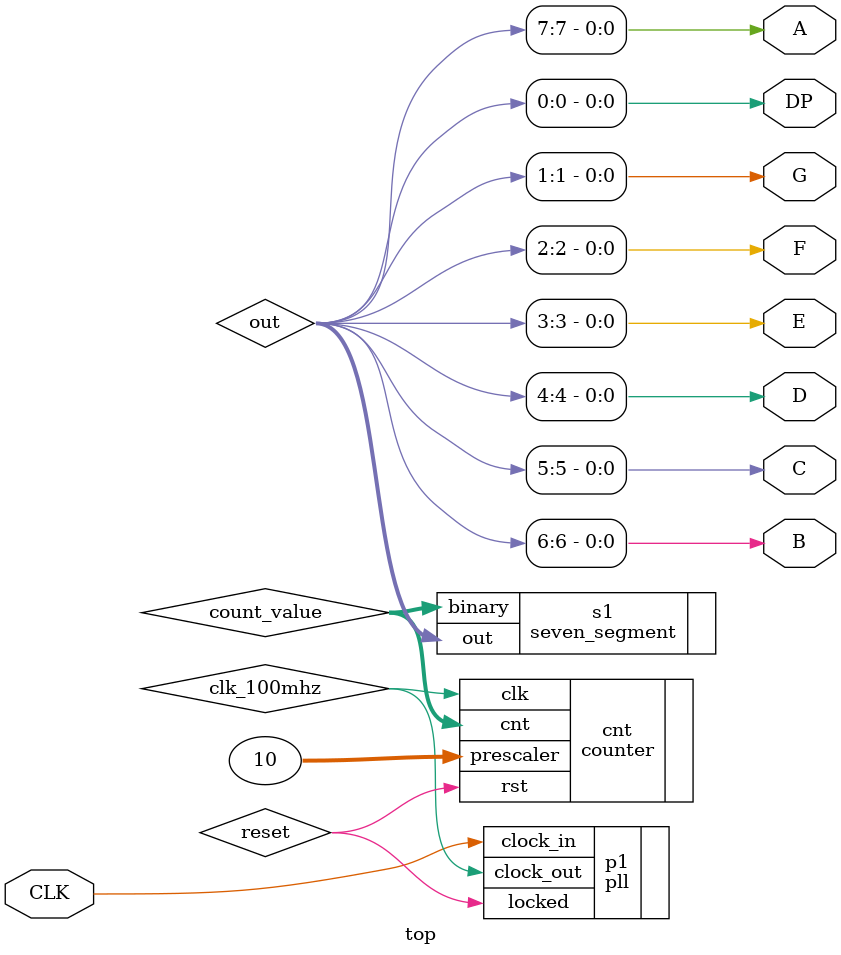
<source format=v>
`default_nettype none

module top(input wire CLK,
            output wire A,
            output wire B,
            output wire C,
            output wire D,
            output wire E,
            output wire F,
            output wire G,
            output wire DP);


/**
 * 100 MHz Takt mit Signal, das true wird, sofern die PLL eingeschwungen ist.
 * Das kann als Reset Signal verwendet werden.
 */
wire reset;
wire clk_100mhz;
pll p1(
    .clock_in(CLK),
    .clock_out(clk_100mhz),
    .locked(reset)
);


/**
 * Increment counter every second: 0,1,...,8,9,0,1,...
 */
wire [3:0] count_value;
counter cnt(
    .clk(clk_100mhz),
    .rst(reset),
    .cnt(count_value),
    .prescaler(32'd10)
);


wire [7:0] out;
assign {A, B, C, D, E, F, G, DP} = out;
seven_segment s1(
    .binary(count_value),
    .out(out)
);


endmodule

</source>
